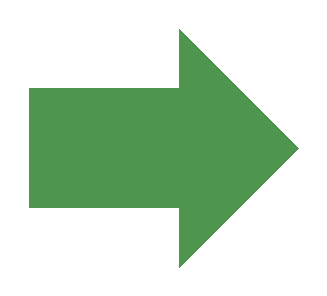
<source format=gbr>
%FSLAX26Y26*%
%MOIN*%
%ADD11C,0.14*%
D11*
%LPD*%
G36*
X200000Y300000D02*
G01*
X700000D01*
Y100000D01*
X1100000Y500000D01*
X700000Y900000D01*
Y700000D01*
X200000D01*
Y300000D01*
G37*
M02*
</source>
